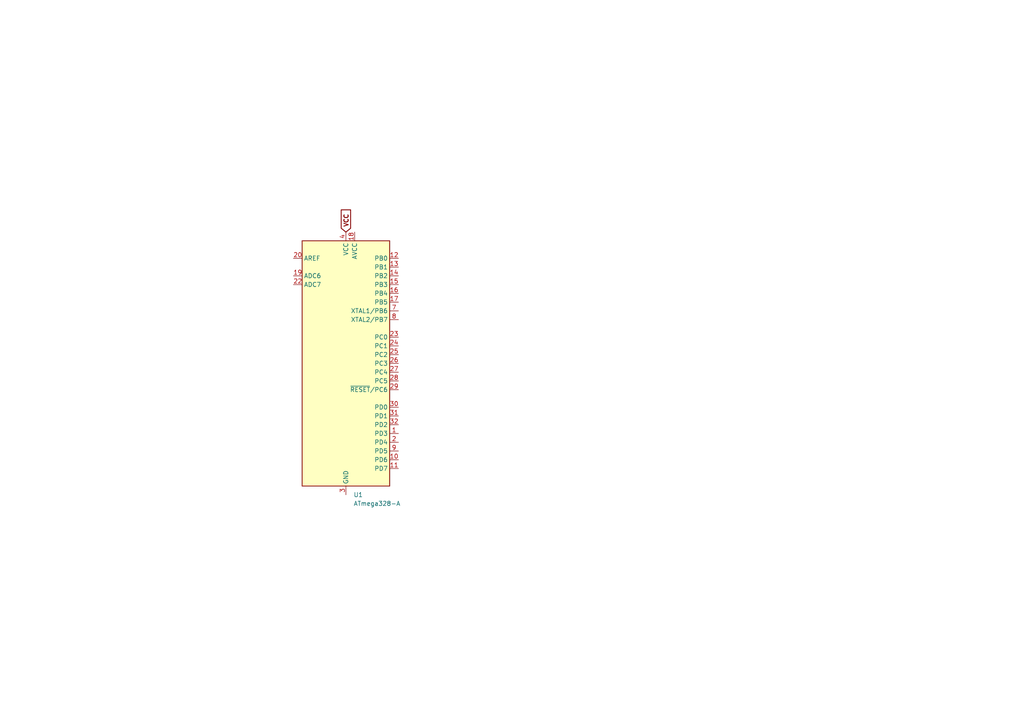
<source format=kicad_sch>
(kicad_sch (version 20231120) (generator "eeschema") (generator_version "8.0")
  (paper "A4")
  (lib_symbols
    (symbol "MCU_Microchip_ATmega:ATmega328-A"
      (property "Reference" "U" (at -12.7 36.83 0))
      (property "Value" "ATmega328-A" (at 2.54 -36.83 0))
      (symbol "ATmega328-A_0_1"
        (rectangle (start -12.7 -35.56) (end 12.7 35.56) (stroke (width 0.254)) (fill (type background)))
      )
      (symbol "ATmega328-A_1_1"
        (pin bidirectional line (at 15.24 -20.32 180) (length 2.54) (name "PD3") (number "1"))
        (pin bidirectional line (at 15.24 -27.94 180) (length 2.54) (name "PD6") (number "10"))
        (pin bidirectional line (at 15.24 -30.48 180) (length 2.54) (name "PD7") (number "11"))
        (pin bidirectional line (at 15.24 30.48 180) (length 2.54) (name "PB0") (number "12"))
        (pin bidirectional line (at 15.24 27.94 180) (length 2.54) (name "PB1") (number "13"))
        (pin bidirectional line (at 15.24 25.4 180) (length 2.54) (name "PB2") (number "14"))
        (pin bidirectional line (at 15.24 22.86 180) (length 2.54) (name "PB3") (number "15"))
        (pin bidirectional line (at 15.24 20.32 180) (length 2.54) (name "PB4") (number "16"))
        (pin bidirectional line (at 15.24 17.78 180) (length 2.54) (name "PB5") (number "17"))
        (pin power_in line (at 2.54 38.1 270) (length 2.54) (name "AVCC") (number "18"))
        (pin input line (at -15.24 25.4 0) (length 2.54) (name "ADC6") (number "19"))
        (pin bidirectional line (at 15.24 -22.86 180) (length 2.54) (name "PD4") (number "2"))
        (pin passive line (at -15.24 30.48 0) (length 2.54) (name "AREF") (number "20"))
        (pin passive line (at 0 -38.1 90) (length 2.54) hide (name "GND") (number "21"))
        (pin input line (at -15.24 22.86 0) (length 2.54) (name "ADC7") (number "22"))
        (pin bidirectional line (at 15.24 7.62 180) (length 2.54) (name "PC0") (number "23"))
        (pin bidirectional line (at 15.24 5.08 180) (length 2.54) (name "PC1") (number "24"))
        (pin bidirectional line (at 15.24 2.54 180) (length 2.54) (name "PC2") (number "25"))
        (pin bidirectional line (at 15.24 0 180) (length 2.54) (name "PC3") (number "26"))
        (pin bidirectional line (at 15.24 -2.54 180) (length 2.54) (name "PC4") (number "27"))
        (pin bidirectional line (at 15.24 -5.08 180) (length 2.54) (name "PC5") (number "28"))
        (pin bidirectional line (at 15.24 -7.62 180) (length 2.54) (name "~{RESET}/PC6") (number "29"))
        (pin power_in line (at 0 -38.1 90) (length 2.54) (name "GND") (number "3"))
        (pin bidirectional line (at 15.24 -12.7 180) (length 2.54) (name "PD0") (number "30"))
        (pin bidirectional line (at 15.24 -15.24 180) (length 2.54) (name "PD1") (number "31"))
        (pin bidirectional line (at 15.24 -17.78 180) (length 2.54) (name "PD2") (number "32"))
        (pin power_in line (at 0 38.1 270) (length 2.54) (name "VCC") (number "4"))
        (pin passive line (at 0 -38.1 90) (length 2.54) hide (name "GND") (number "5"))
        (pin passive line (at 0 38.1 270) (length 2.54) hide (name "VCC") (number "6"))
        (pin bidirectional line (at 15.24 15.24 180) (length 2.54) (name "XTAL1/PB6") (number "7"))
        (pin bidirectional line (at 15.24 12.7 180) (length 2.54) (name "XTAL2/PB7") (number "8"))
        (pin bidirectional line (at 15.24 -25.4 180) (length 2.54) (name "PD5") (number "9"))
      )
    )
  )
  (global_label "VCC" (shape input) (at 100.33 67.31 90) (effects (font (thickness 0.254) (bold yes))) (property "Intersheetrefs" "${INTERSHEET_REFS}" (effects (hide yes))))
  (symbol (lib_id "MCU_Microchip_ATmega:ATmega328-A") (at 100.33 105.41 0) (unit 1)
    (property "Reference" "U1" (at 102.5241 143.51 0) (effects (justify left)))
    (property "Value" "ATmega328-A" (at 102.5241 146.05 0) (effects (justify left)))
    (property "Footprint" "Package_QFP:TQFP-32_7x7mm_P0.8mm" (effects (hide yes)))
    (property "Datasheet" "http://ww1.microchip.com/downloads/en/DeviceDoc/ATmega328_P%20AVR%20MCU%20with%20picoPower%20Technology%20Data%20Sheet%2040001984A.pdf" (effects (hide yes)))
    (property "Description" "20MHz, 32kB Flash, 2kB SRAM, 1kB EEPROM, TQFP-32" (effects (hide yes)))
  )
)
</source>
